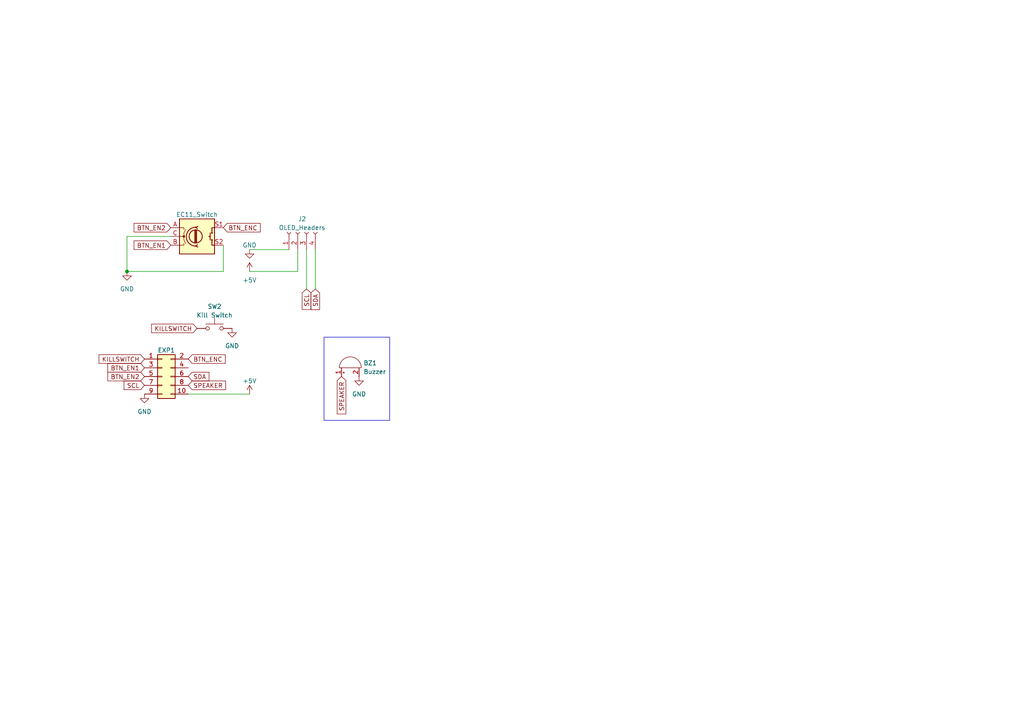
<source format=kicad_sch>
(kicad_sch (version 20230121) (generator eeschema)
  (paper "A4")
  (lib_symbols
    (symbol "Connector:Conn_01x04_Socket" (pin_names (offset 1.016) hide)
      (property "Reference" "J" (at 0 5.08 0))
      (property "Value" "Conn_01x04_Socket" (at 0 -7.62 0))
      (symbol "Conn_01x04_Socket_1_1"
        (arc (start 0 -4.572) (mid -0.5058 -5.08) (end 0 -5.588) (stroke (width 0.1524)))
        (arc (start 0 -2.032) (mid -0.5058 -2.54) (end 0 -3.048) (stroke (width 0.1524)))
        (polyline (pts (xy -1.27 -5.08) (xy -0.508 -5.08)) (stroke (width 0.1524)))
        (polyline (pts (xy -1.27 -2.54) (xy -0.508 -2.54)) (stroke (width 0.1524)))
        (polyline (pts (xy -1.27 0) (xy -0.508 0)) (stroke (width 0.1524)))
        (polyline (pts (xy -1.27 2.54) (xy -0.508 2.54)) (stroke (width 0.1524)))
        (arc (start 0 0.508) (mid -0.5058 0) (end 0 -0.508) (stroke (width 0.1524)))
        (arc (start 0 3.048) (mid -0.5058 2.54) (end 0 2.032) (stroke (width 0.1524)))
        (pin passive line (at -5.08 2.54 0) (length 3.81) (name "Pin_1") (number "1"))
        (pin passive line (at -5.08 0 0) (length 3.81) (name "Pin_2") (number "2"))
        (pin passive line (at -5.08 -2.54 0) (length 3.81) (name "Pin_3") (number "3"))
        (pin passive line (at -5.08 -5.08 0) (length 3.81) (name "Pin_4") (number "4"))
      )
    )
    (symbol "Connector_Generic:Conn_02x05_Odd_Even" (pin_names (offset 1.016) hide)
      (property "Reference" "J" (at 1.27 7.62 0))
      (property "Value" "Conn_02x05_Odd_Even" (at 1.27 -7.62 0))
      (symbol "Conn_02x05_Odd_Even_1_1"
        (rectangle (start -1.27 -4.953) (end 0 -5.207) (stroke (width 0.1524)))
        (rectangle (start -1.27 -2.413) (end 0 -2.667) (stroke (width 0.1524)))
        (rectangle (start -1.27 0.127) (end 0 -0.127) (stroke (width 0.1524)))
        (rectangle (start -1.27 2.667) (end 0 2.413) (stroke (width 0.1524)))
        (rectangle (start -1.27 5.207) (end 0 4.953) (stroke (width 0.1524)))
        (rectangle (start -1.27 6.35) (end 3.81 -6.35) (stroke (width 0.254)) (fill (type background)))
        (rectangle (start 3.81 -4.953) (end 2.54 -5.207) (stroke (width 0.1524)))
        (rectangle (start 3.81 -2.413) (end 2.54 -2.667) (stroke (width 0.1524)))
        (rectangle (start 3.81 0.127) (end 2.54 -0.127) (stroke (width 0.1524)))
        (rectangle (start 3.81 2.667) (end 2.54 2.413) (stroke (width 0.1524)))
        (rectangle (start 3.81 5.207) (end 2.54 4.953) (stroke (width 0.1524)))
        (pin passive line (at -5.08 5.08 0) (length 3.81) (name "Pin_1") (number "1"))
        (pin passive line (at 7.62 -5.08 180) (length 3.81) (name "Pin_10") (number "10"))
        (pin passive line (at 7.62 5.08 180) (length 3.81) (name "Pin_2") (number "2"))
        (pin passive line (at -5.08 2.54 0) (length 3.81) (name "Pin_3") (number "3"))
        (pin passive line (at 7.62 2.54 180) (length 3.81) (name "Pin_4") (number "4"))
        (pin passive line (at -5.08 0 0) (length 3.81) (name "Pin_5") (number "5"))
        (pin passive line (at 7.62 0 180) (length 3.81) (name "Pin_6") (number "6"))
        (pin passive line (at -5.08 -2.54 0) (length 3.81) (name "Pin_7") (number "7"))
        (pin passive line (at 7.62 -2.54 180) (length 3.81) (name "Pin_8") (number "8"))
        (pin passive line (at -5.08 -5.08 0) (length 3.81) (name "Pin_9") (number "9"))
      )
    )
    (symbol "Device:Buzzer" (pin_names (offset 0.0254) hide)
      (property "Reference" "BZ" (at 3.81 1.27 0))
      (property "Value" "Buzzer" (at 3.81 -1.27 0))
      (symbol "Buzzer_0_1"
        (arc (start 0 -3.175) (mid 3.1612 0) (end 0 3.175))
        (polyline (pts (xy -1.651 1.905) (xy -1.143 1.905)))
        (polyline (pts (xy -1.397 2.159) (xy -1.397 1.651)))
        (polyline (pts (xy 0 3.175) (xy 0 -3.175)))
      )
      (symbol "Buzzer_1_1"
        (pin passive line (at -2.54 2.54 0) (length 2.54) (name "-") (number "1"))
        (pin passive line (at -2.54 -2.54 0) (length 2.54) (name "+") (number "2"))
      )
    )
    (symbol "Device:RotaryEncoder_Switch" (pin_names (offset 0.254) hide)
      (property "Reference" "SW" (at 0 6.604 0))
      (property "Value" "RotaryEncoder_Switch" (at 0 -6.604 0))
      (symbol "RotaryEncoder_Switch_0_1"
        (rectangle (start -5.08 5.08) (end 5.08 -5.08) (stroke (width 0.254)) (fill (type background)))
        (circle (center -3.81 0) (radius 0.254) (fill (type outline)))
        (circle (center -0.381 0) (radius 1.905) (stroke (width 0.254)))
        (arc (start -0.381 2.667) (mid -3.0988 -0.0635) (end -0.381 -2.794) (stroke (width 0.254)))
        (polyline (pts (xy -0.635 -1.778) (xy -0.635 1.778)) (stroke (width 0.254)))
        (polyline (pts (xy -0.381 -1.778) (xy -0.381 1.778)) (stroke (width 0.254)))
        (polyline (pts (xy -0.127 1.778) (xy -0.127 -1.778)) (stroke (width 0.254)))
        (polyline (pts (xy 3.81 0) (xy 3.429 0)) (stroke (width 0.254)))
        (polyline (pts (xy 3.81 1.016) (xy 3.81 -1.016)) (stroke (width 0.254)))
        (polyline (pts (xy -5.08 -2.54) (xy -3.81 -2.54) (xy -3.81 -2.032)))
        (polyline (pts (xy -5.08 2.54) (xy -3.81 2.54) (xy -3.81 2.032)))
        (polyline (pts (xy 0.254 -3.048) (xy -0.508 -2.794) (xy 0.127 -2.413)) (stroke (width 0.254)))
        (polyline (pts (xy 0.254 2.921) (xy -0.508 2.667) (xy 0.127 2.286)) (stroke (width 0.254)))
        (polyline (pts (xy 5.08 -2.54) (xy 4.318 -2.54) (xy 4.318 -1.016)) (stroke (width 0.254)))
        (polyline (pts (xy 5.08 2.54) (xy 4.318 2.54) (xy 4.318 1.016)) (stroke (width 0.254)))
        (polyline (pts (xy -5.08 0) (xy -3.81 0) (xy -3.81 -1.016) (xy -3.302 -2.032)))
        (polyline (pts (xy -4.318 0) (xy -3.81 0) (xy -3.81 1.016) (xy -3.302 2.032)))
        (circle (center 4.318 -1.016) (radius 0.127) (stroke (width 0.254)))
        (circle (center 4.318 1.016) (radius 0.127) (stroke (width 0.254)))
      )
      (symbol "RotaryEncoder_Switch_1_1"
        (pin passive line (at -7.62 2.54 0) (length 2.54) (name "A") (number "A"))
        (pin passive line (at -7.62 -2.54 0) (length 2.54) (name "B") (number "B"))
        (pin passive line (at -7.62 0 0) (length 2.54) (name "C") (number "C"))
        (pin passive line (at 7.62 2.54 180) (length 2.54) (name "S1") (number "S1"))
        (pin passive line (at 7.62 -2.54 180) (length 2.54) (name "S2") (number "S2"))
      )
    )
    (symbol "Switch:SW_Push" (pin_numbers hide) (pin_names (offset 1.016) hide)
      (property "Reference" "SW" (at 1.27 2.54 0))
      (property "Value" "SW_Push" (at 0 -1.524 0))
      (symbol "SW_Push_0_1"
        (circle (center -2.032 0) (radius 0.508))
        (polyline (pts (xy 0 1.27) (xy 0 3.048)))
        (polyline (pts (xy 2.54 1.27) (xy -2.54 1.27)))
        (circle (center 2.032 0) (radius 0.508))
        (pin passive line (at -5.08 0 0) (length 2.54) (name "1") (number "1"))
        (pin passive line (at 5.08 0 180) (length 2.54) (name "2") (number "2"))
      )
    )
    (symbol "power:+5V" (power) (pin_names (offset 0))
      (property "Value" "+5V" (at 0 3.556 0))
      (symbol "+5V_0_1"
        (polyline (pts (xy -0.762 1.27) (xy 0 2.54)))
        (polyline (pts (xy 0 0) (xy 0 2.54)))
        (polyline (pts (xy 0 2.54) (xy 0.762 1.27)))
      )
      (symbol "+5V_1_1"
        (pin power_in line (at 0 0 90) (length 0) hide (name "+5V") (number "1"))
      )
    )
    (symbol "power:GND" (power) (pin_names (offset 0))
      (property "Value" "GND" (at 0 -3.81 0))
      (symbol "GND_0_1"
        (polyline (pts (xy 0 0) (xy 0 -1.27) (xy 1.27 -1.27) (xy 0 -2.54) (xy -1.27 -1.27) (xy 0 -1.27)))
      )
      (symbol "GND_1_1"
        (pin power_in line (at 0 0 270) (length 0) hide (name "GND") (number "1"))
      )
    )
  )
  (junction (at 36.83 78.74))
  (wire (pts (xy 91.44 72.39) (xy 91.44 83.82)))
  (wire (pts (xy 86.36 72.39) (xy 86.36 78.74)))
  (wire (pts (xy 88.9 72.39) (xy 88.9 83.82)))
  (wire (pts (xy 86.36 78.74) (xy 72.39 78.74)))
  (wire (pts (xy 64.77 78.74) (xy 36.83 78.74)))
  (wire (pts (xy 64.77 71.12) (xy 64.77 78.74)))
  (wire (pts (xy 36.83 78.74) (xy 36.83 68.58)))
  (wire (pts (xy 36.83 68.58) (xy 49.53 68.58)))
  (wire (pts (xy 72.39 72.39) (xy 83.82 72.39)))
  (wire (pts (xy 54.61 114.3) (xy 72.39 114.3)))
  (rectangle (start 93.98 97.79) (end 113.03 121.92))
  (global_label "SCL" (shape input) (at 88.9 83.82 270) (property "Intersheetrefs" "${INTERSHEET_REFS}" (effects hide)))
  (global_label "KILLSWITCH" (shape input) (at 57.15 95.25 180) (property "Intersheetrefs" "${INTERSHEET_REFS}" (effects hide)))
  (global_label "BTN_EN2" (shape input) (at 41.91 109.22 180) (property "Intersheetrefs" "${INTERSHEET_REFS}" (effects hide)))
  (global_label "KILLSWITCH" (shape input) (at 41.91 104.14 180) (property "Intersheetrefs" "${INTERSHEET_REFS}" (effects hide)))
  (global_label "BTN_ENC" (shape input) (at 64.77 66.04 0) (property "Intersheetrefs" "${INTERSHEET_REFS}" (effects hide)))
  (global_label "BTN_EN1" (shape input) (at 49.53 71.12 180) (property "Intersheetrefs" "${INTERSHEET_REFS}" (effects hide)))
  (global_label "BTN_EN2" (shape input) (at 49.53 66.04 180) (property "Intersheetrefs" "${INTERSHEET_REFS}" (effects hide)))
  (global_label "SDA" (shape input) (at 54.61 109.22 0) (property "Intersheetrefs" "${INTERSHEET_REFS}" (effects hide)))
  (global_label "SDA" (shape input) (at 91.44 83.82 270) (property "Intersheetrefs" "${INTERSHEET_REFS}" (effects hide)))
  (global_label "BTN_EN1" (shape input) (at 41.91 106.68 180) (property "Intersheetrefs" "${INTERSHEET_REFS}" (effects hide)))
  (global_label "SPEAKER" (shape input) (at 99.06 109.22 270) (property "Intersheetrefs" "${INTERSHEET_REFS}" (effects hide)))
  (global_label "SPEAKER" (shape input) (at 54.61 111.76 0) (property "Intersheetrefs" "${INTERSHEET_REFS}" (effects hide)))
  (global_label "SCL" (shape input) (at 41.91 111.76 180) (property "Intersheetrefs" "${INTERSHEET_REFS}" (effects hide)))
  (global_label "BTN_ENC" (shape input) (at 54.61 104.14 0) (property "Intersheetrefs" "${INTERSHEET_REFS}" (effects hide)))
  (symbol (lib_id "power:GND") (at 36.83 78.74 0) (unit 1)
    (property "Reference" "#PWR05" (effects hide))
    (property "Value" "GND" (at 36.83 83.82 0))
  )
  (symbol (lib_id "power:GND") (at 72.39 72.39 0) (unit 1)
    (property "Reference" "#PWR03" (effects hide))
    (property "Value" "GND" (at 72.39 71.12 0))
  )
  (symbol (lib_id "power:GND") (at 41.91 114.3 0) (unit 1)
    (property "Reference" "#PWR02" (effects hide))
    (property "Value" "GND" (at 41.91 119.38 0))
  )
  (symbol (lib_id "power:GND") (at 67.31 95.25 0) (unit 1)
    (property "Reference" "#PWR07" (effects hide))
    (property "Value" "GND" (at 67.31 100.33 0))
  )
  (symbol (lib_id "power:GND") (at 104.14 109.22 0) (unit 1)
    (property "Reference" "#PWR06" (effects hide))
    (property "Value" "GND" (at 104.14 114.3 0))
  )
  (symbol (lib_id "power:+5V") (at 72.39 114.3 0) (unit 1)
    (property "Reference" "#PWR01" (effects hide))
    (property "Value" "+5V" (at 72.39 110.49 0))
  )
  (symbol (lib_id "Connector:Conn_01x04_Socket") (at 86.36 67.31 90) (unit 1)
    (property "Reference" "J2" (at 87.63 63.5 90))
    (property "Value" "OLED_Headers" (at 87.63 66.04 90))
    (property "Footprint" "Connector_PinSocket_2.54mm:PinSocket_1x04_P2.54mm_Vertical" (effects hide))
  )
  (symbol (lib_id "Device:RotaryEncoder_Switch") (at 57.15 68.58 0) (unit 1)
    (property "Reference" "SW1" (effects hide))
    (property "Value" "EC11_Switch" (at 57.15 62.23 0))
    (property "Footprint" "Rotary_Encoder:RotaryEncoder_Alps_EC11E-Switch_Vertical_H20mm" (effects hide))
  )
  (symbol (lib_id "power:+5V") (at 72.39 78.74 0) (unit 1)
    (property "Reference" "#PWR04" (effects hide))
    (property "Value" "+5V" (at 72.39 81.28 0))
  )
  (symbol (lib_id "Device:Buzzer") (at 101.6 106.68 90) (unit 1)
    (property "Reference" "BZ1" (at 105.41 105.2899 90) (effects (justify right)))
    (property "Value" "Buzzer" (at 105.41 107.8299 90) (effects (justify right)))
    (property "Footprint" "Buzzer_Beeper:Buzzer_12x9.5RM7.6" (effects hide))
  )
  (symbol (lib_id "Connector_Generic:Conn_02x05_Odd_Even") (at 46.99 109.22 0) (unit 1)
    (property "Reference" "EXP1" (at 48.26 101.6 0))
    (property "Value" "2x5" (effects hide))
    (property "Footprint" "Connector_IDC:IDC-Header_2x05_P2.54mm_Horizontal" (effects hide))
  )
  (symbol (lib_id "Switch:SW_Push") (at 62.23 95.25 0) (unit 1)
    (property "Reference" "SW2" (at 62.23 88.9 0))
    (property "Value" "Kill Switch" (at 62.23 91.44 0))
    (property "Footprint" "Button_Switch_THT:SW_PUSH_6mm_H8.5mm" (effects hide))
  )
)
</source>
